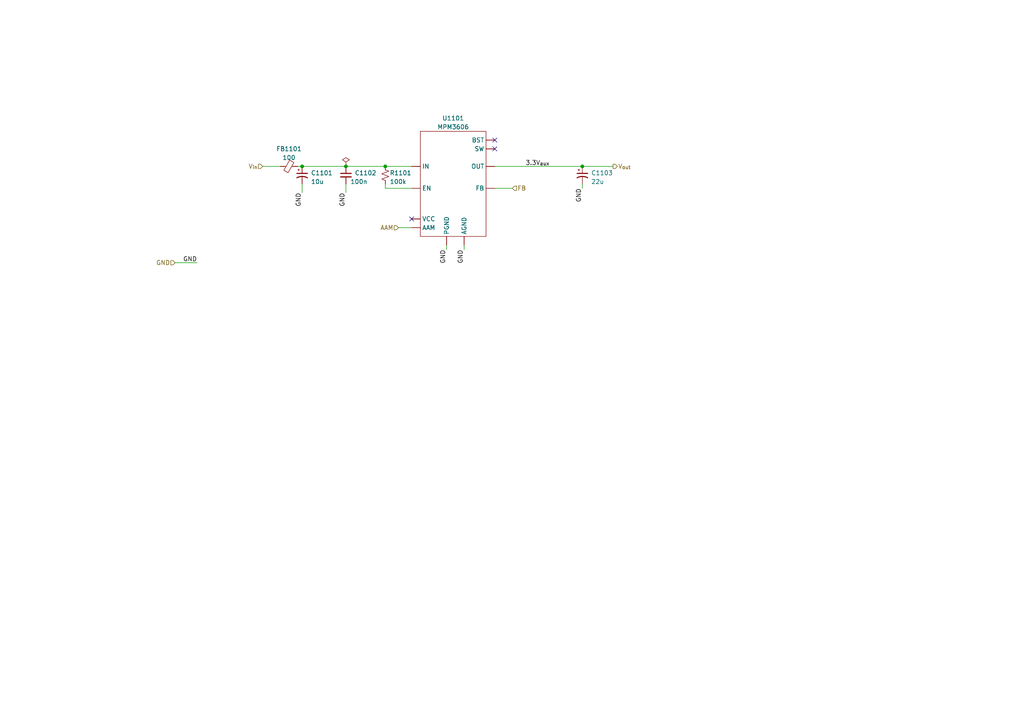
<source format=kicad_sch>
(kicad_sch (version 20210406) (generator eeschema)
  (paper "A4")
  (lib_symbols
    (symbol "power:PWR_FLAG" (power) (pin_numbers hide) (pin_names (offset 0) hide)
      (property "Value" "PWR_FLAG" (at 0 3.81 0))
      (symbol "PWR_FLAG_0_0"
        (pin power_out line (at 0 0 90) (length 0) (name "pwr") (number "1"))
      )
      (symbol "PWR_FLAG_0_1"
        (polyline (pts (xy 0 0) (xy 0 1.27) (xy -1.016 1.905) (xy 0 2.54) (xy 1.016 1.905) (xy 0 1.27)))
      )
    )
    (symbol "proj_sym:C" (pin_numbers hide) (pin_names (offset 0.254) hide)
      (property "Reference" "C" (at 0.254 1.778 0))
      (property "Value" "C" (at 0.254 -2.032 0))
      (symbol "C_0_1"
        (polyline (pts (xy -1.524 -0.508) (xy 1.524 -0.508)) (stroke (width 0.3302)))
        (polyline (pts (xy -1.524 0.508) (xy 1.524 0.508)) (stroke (width 0.3048)))
      )
      (symbol "C_1_1"
        (pin passive line (at 0 2.54 270) (length 2.032) (name "~") (number "1"))
        (pin passive line (at 0 -2.54 90) (length 2.032) (name "~") (number "2"))
      )
    )
    (symbol "proj_sym:C_Polarized" (pin_numbers hide) (pin_names (offset 0.254) hide)
      (property "Reference" "C" (at 0.254 1.778 0))
      (property "Value" "C_Polarized" (at 0.254 -2.032 0))
      (symbol "C_Polarized_0_1"
        (arc (start -1.524 -0.762) (end 1.524 -0.762) (radius (at 0 -3.556) (length 3.175) (angles 118.6 61.4)) (stroke (width 0.3048)))
        (polyline (pts (xy -1.524 0.508) (xy 1.524 0.508)) (stroke (width 0.3048)))
        (polyline (pts (xy -1.27 1.524) (xy -0.762 1.524)))
        (polyline (pts (xy -1.016 1.27) (xy -1.016 1.778)))
      )
      (symbol "C_Polarized_1_1"
        (pin passive line (at 0 2.54 270) (length 2.032) (name "~") (number "1"))
        (pin passive line (at 0 -2.54 90) (length 2.032) (name "~") (number "2"))
      )
    )
    (symbol "proj_sym:FerriteBead_Small" (pin_numbers hide) (pin_names (offset 0))
      (property "Reference" "FB" (at 1.905 1.27 0))
      (property "Value" "FerriteBead_Small" (at 1.905 -1.27 0))
      (symbol "FerriteBead_Small_0_1"
        (polyline (pts (xy 0 -1.27) (xy 0 -0.7874)))
        (polyline (pts (xy 0 0.889) (xy 0 1.2954)))
        (polyline (pts (xy -1.8288 0.2794) (xy -1.1176 1.4986) (xy 1.8288 -0.2032) (xy 1.1176 -1.4224) (xy -1.8288 0.2794)))
      )
      (symbol "FerriteBead_Small_1_1"
        (pin passive line (at 0 2.54 270) (length 1.27) (name "~") (number "1"))
        (pin passive line (at 0 -2.54 90) (length 1.27) (name "~") (number "2"))
      )
    )
    (symbol "proj_sym:MPM3606" (pin_numbers hide)
      (property "Reference" "U" (at 0 -3.81 0))
      (property "Value" "MPM3606" (at 0 34.29 0))
      (symbol "MPM3606_0_0"
        (pin input line (at 11.43 16.51 180) (length 2.54) (name "FB") (number "1"))
        (pin no_connect line (at 11.43 6.35 180) (length 2.54) hide (name "NC") (number "10"))
        (pin passive line (at 11.43 30.48 180) (length 2.54) (name "BST") (number "11"))
        (pin power_out line (at -2.54 0 90) (length 2.54) (name "PGND") (number "12,13,14"))
        (pin no_connect line (at 11.43 8.89 180) (length 2.54) hide (name "NC") (number "15"))
        (pin power_in line (at -12.7 22.86 0) (length 2.54) (name "IN") (number "16"))
        (pin input line (at -12.7 16.51 0) (length 2.54) (name "EN") (number "17"))
        (pin input line (at -12.7 5.08 0) (length 2.54) (name "AAM") (number "18"))
        (pin no_connect line (at 11.43 11.43 180) (length 2.54) hide (name "NC") (number "19"))
        (pin power_in line (at -12.7 7.62 0) (length 2.54) (name "VCC") (number "2"))
        (pin no_connect line (at 11.43 3.81 180) (length 2.54) hide (name "NC") (number "20"))
        (pin power_in line (at 2.54 0 90) (length 2.54) (name "AGND") (number "3"))
        (pin output line (at 11.43 27.94 180) (length 2.54) (name "SW") (number "4,5,6"))
        (pin power_out line (at 11.43 22.86 180) (length 2.54) (name "OUT") (number "7,8,9"))
      )
      (symbol "MPM3606_0_1"
        (rectangle (start -10.16 33.02) (end 8.89 2.54) (stroke (width 0.1524)))
      )
    )
    (symbol "proj_sym:Resistor" (pin_numbers hide) (pin_names (offset 0.254) hide)
      (property "Reference" "R" (at 0.762 0.508 0))
      (property "Value" "Resistor" (at 0.762 -1.016 0))
      (symbol "Resistor_1_1"
        (polyline (pts (xy 0 0) (xy 1.016 -0.381) (xy 0 -0.762) (xy -1.016 -1.143) (xy 0 -1.524)))
        (polyline (pts (xy 0 1.524) (xy 1.016 1.143) (xy 0 0.762) (xy -1.016 0.381) (xy 0 0)))
        (pin passive line (at 0 2.54 270) (length 1.016) (name "~") (number "1"))
        (pin passive line (at 0 -2.54 90) (length 1.016) (name "~") (number "2"))
      )
    )
  )
  (junction (at 87.63 48.26) (diameter 0.9144))
  (junction (at 100.33 48.26) (diameter 0.9144))
  (junction (at 111.76 48.26) (diameter 0.9144))
  (junction (at 168.91 48.26) (diameter 0.9144))
  (no_connect (at 119.38 63.5))
  (no_connect (at 143.51 40.64))
  (no_connect (at 143.51 43.18))
  (wire (pts (xy 50.8 76.2) (xy 57.15 76.2)))
  (wire (pts (xy 76.2 48.26) (xy 81.28 48.26)))
  (wire (pts (xy 86.36 48.26) (xy 87.63 48.26)))
  (wire (pts (xy 87.63 48.26) (xy 100.33 48.26)))
  (wire (pts (xy 87.63 53.34) (xy 87.63 55.88)))
  (wire (pts (xy 100.33 48.26) (xy 111.76 48.26)))
  (wire (pts (xy 100.33 53.34) (xy 100.33 55.88)))
  (wire (pts (xy 111.76 48.26) (xy 119.38 48.26)))
  (wire (pts (xy 111.76 53.34) (xy 111.76 54.61)))
  (wire (pts (xy 111.76 54.61) (xy 119.38 54.61)))
  (wire (pts (xy 115.57 66.04) (xy 119.38 66.04)))
  (wire (pts (xy 129.54 71.12) (xy 129.54 72.39)))
  (wire (pts (xy 134.62 71.12) (xy 134.62 72.39)))
  (wire (pts (xy 143.51 48.26) (xy 168.91 48.26)))
  (wire (pts (xy 143.51 54.61) (xy 148.59 54.61)))
  (wire (pts (xy 168.91 48.26) (xy 177.8 48.26)))
  (wire (pts (xy 168.91 53.34) (xy 168.91 54.61)))
  (label "GND" (at 57.15 76.2 180))
  (label "GND" (at 87.63 55.88 270))
  (label "GND" (at 100.33 55.88 270))
  (label "GND" (at 129.54 72.39 270))
  (label "GND" (at 134.62 72.39 270))
  (label "3.3V_{aux}" (at 152.4 48.26 0))
  (label "GND" (at 168.91 54.61 270))
  (hierarchical_label "GND" (shape input) (at 50.8 76.2 180))
  (hierarchical_label "V_{in}" (shape input) (at 76.2 48.26 180))
  (hierarchical_label "AAM" (shape input) (at 115.57 66.04 180))
  (hierarchical_label "FB" (shape input) (at 148.59 54.61 0))
  (hierarchical_label "V_{out}" (shape output) (at 177.8 48.26 0))
  (symbol (lib_id "power:PWR_FLAG") (at 100.33 48.26 0)
    (property "Reference" "#FLG01201" (effects hide))
    (property "Value" "PWR_FLAG" (effects hide))
  )
  (symbol (lib_id "proj_sym:Resistor") (at 111.76 50.8 0)
    (property "Reference" "R1101" (at 113.03 50.1649 0) (effects (justify left)))
    (property "Value" "100k" (at 113.03 52.7049 0) (effects (justify left)))
  )
  (symbol (lib_id "proj_sym:C_Polarized") (at 87.63 50.8 0)
    (property "Reference" "C1101" (at 90.17 50.1649 0) (effects (justify left)))
    (property "Value" "10u" (at 90.17 52.7049 0) (effects (justify left)))
  )
  (symbol (lib_id "proj_sym:C_Polarized") (at 168.91 50.8 0)
    (property "Reference" "C1103" (at 171.45 50.1649 0) (effects (justify left)))
    (property "Value" "22u" (at 171.45 52.7049 0) (effects (justify left)))
  )
  (symbol (lib_id "proj_sym:C") (at 100.33 50.8 0)
    (property "Reference" "C1102" (at 102.87 50.1649 0) (effects (justify left)))
    (property "Value" "100n" (at 101.6 52.7049 0) (effects (justify left)))
  )
  (symbol (lib_id "proj_sym:FerriteBead_Small") (at 83.82 48.26 90)
    (property "Reference" "FB1101" (at 83.82 43.18 90))
    (property "Value" "100" (at 83.82 45.72 90))
  )
  (symbol (lib_id "proj_sym:MPM3606") (at 132.08 71.12 0)
    (property "Reference" "U1101" (at 131.445 34.29 0))
    (property "Value" "MPM3606" (at 131.445 36.83 0))
    (property "Datasheet" "${KIPRJMOD}/mpm3606/MPM3606GQV.pdf" (effects hide))
  )
)
</source>
